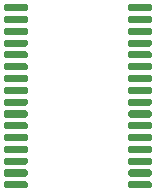
<source format=gtp>
G04 #@! TF.GenerationSoftware,KiCad,Pcbnew,(5.1.8)-1*
G04 #@! TF.CreationDate,2023-02-07T01:20:16+09:00*
G04 #@! TF.ProjectId,DIP28SSOP32_1mm,44495032-3853-4534-9f50-33325f316d6d,rev?*
G04 #@! TF.SameCoordinates,PXa9a2ce8PY790b418*
G04 #@! TF.FileFunction,Paste,Top*
G04 #@! TF.FilePolarity,Positive*
%FSLAX46Y46*%
G04 Gerber Fmt 4.6, Leading zero omitted, Abs format (unit mm)*
G04 Created by KiCad (PCBNEW (5.1.8)-1) date 2023-02-07 01:20:16*
%MOMM*%
%LPD*%
G01*
G04 APERTURE LIST*
G04 APERTURE END LIST*
G36*
G01*
X12889600Y25394800D02*
X12889600Y25694800D01*
G75*
G02*
X13039600Y25844800I150000J0D01*
G01*
X14789600Y25844800D01*
G75*
G02*
X14939600Y25694800I0J-150000D01*
G01*
X14939600Y25394800D01*
G75*
G02*
X14789600Y25244800I-150000J0D01*
G01*
X13039600Y25244800D01*
G75*
G02*
X12889600Y25394800I0J150000D01*
G01*
G37*
G36*
G01*
X12889600Y24394800D02*
X12889600Y24694800D01*
G75*
G02*
X13039600Y24844800I150000J0D01*
G01*
X14789600Y24844800D01*
G75*
G02*
X14939600Y24694800I0J-150000D01*
G01*
X14939600Y24394800D01*
G75*
G02*
X14789600Y24244800I-150000J0D01*
G01*
X13039600Y24244800D01*
G75*
G02*
X12889600Y24394800I0J150000D01*
G01*
G37*
G36*
G01*
X12889600Y23394800D02*
X12889600Y23694800D01*
G75*
G02*
X13039600Y23844800I150000J0D01*
G01*
X14789600Y23844800D01*
G75*
G02*
X14939600Y23694800I0J-150000D01*
G01*
X14939600Y23394800D01*
G75*
G02*
X14789600Y23244800I-150000J0D01*
G01*
X13039600Y23244800D01*
G75*
G02*
X12889600Y23394800I0J150000D01*
G01*
G37*
G36*
G01*
X12889600Y22394800D02*
X12889600Y22694800D01*
G75*
G02*
X13039600Y22844800I150000J0D01*
G01*
X14789600Y22844800D01*
G75*
G02*
X14939600Y22694800I0J-150000D01*
G01*
X14939600Y22394800D01*
G75*
G02*
X14789600Y22244800I-150000J0D01*
G01*
X13039600Y22244800D01*
G75*
G02*
X12889600Y22394800I0J150000D01*
G01*
G37*
G36*
G01*
X12889600Y21394800D02*
X12889600Y21694800D01*
G75*
G02*
X13039600Y21844800I150000J0D01*
G01*
X14789600Y21844800D01*
G75*
G02*
X14939600Y21694800I0J-150000D01*
G01*
X14939600Y21394800D01*
G75*
G02*
X14789600Y21244800I-150000J0D01*
G01*
X13039600Y21244800D01*
G75*
G02*
X12889600Y21394800I0J150000D01*
G01*
G37*
G36*
G01*
X12889600Y20394800D02*
X12889600Y20694800D01*
G75*
G02*
X13039600Y20844800I150000J0D01*
G01*
X14789600Y20844800D01*
G75*
G02*
X14939600Y20694800I0J-150000D01*
G01*
X14939600Y20394800D01*
G75*
G02*
X14789600Y20244800I-150000J0D01*
G01*
X13039600Y20244800D01*
G75*
G02*
X12889600Y20394800I0J150000D01*
G01*
G37*
G36*
G01*
X12889600Y19394800D02*
X12889600Y19694800D01*
G75*
G02*
X13039600Y19844800I150000J0D01*
G01*
X14789600Y19844800D01*
G75*
G02*
X14939600Y19694800I0J-150000D01*
G01*
X14939600Y19394800D01*
G75*
G02*
X14789600Y19244800I-150000J0D01*
G01*
X13039600Y19244800D01*
G75*
G02*
X12889600Y19394800I0J150000D01*
G01*
G37*
G36*
G01*
X12889600Y18394800D02*
X12889600Y18694800D01*
G75*
G02*
X13039600Y18844800I150000J0D01*
G01*
X14789600Y18844800D01*
G75*
G02*
X14939600Y18694800I0J-150000D01*
G01*
X14939600Y18394800D01*
G75*
G02*
X14789600Y18244800I-150000J0D01*
G01*
X13039600Y18244800D01*
G75*
G02*
X12889600Y18394800I0J150000D01*
G01*
G37*
G36*
G01*
X12889600Y17394800D02*
X12889600Y17694800D01*
G75*
G02*
X13039600Y17844800I150000J0D01*
G01*
X14789600Y17844800D01*
G75*
G02*
X14939600Y17694800I0J-150000D01*
G01*
X14939600Y17394800D01*
G75*
G02*
X14789600Y17244800I-150000J0D01*
G01*
X13039600Y17244800D01*
G75*
G02*
X12889600Y17394800I0J150000D01*
G01*
G37*
G36*
G01*
X12889600Y16394800D02*
X12889600Y16694800D01*
G75*
G02*
X13039600Y16844800I150000J0D01*
G01*
X14789600Y16844800D01*
G75*
G02*
X14939600Y16694800I0J-150000D01*
G01*
X14939600Y16394800D01*
G75*
G02*
X14789600Y16244800I-150000J0D01*
G01*
X13039600Y16244800D01*
G75*
G02*
X12889600Y16394800I0J150000D01*
G01*
G37*
G36*
G01*
X12889600Y15394800D02*
X12889600Y15694800D01*
G75*
G02*
X13039600Y15844800I150000J0D01*
G01*
X14789600Y15844800D01*
G75*
G02*
X14939600Y15694800I0J-150000D01*
G01*
X14939600Y15394800D01*
G75*
G02*
X14789600Y15244800I-150000J0D01*
G01*
X13039600Y15244800D01*
G75*
G02*
X12889600Y15394800I0J150000D01*
G01*
G37*
G36*
G01*
X12889600Y14394800D02*
X12889600Y14694800D01*
G75*
G02*
X13039600Y14844800I150000J0D01*
G01*
X14789600Y14844800D01*
G75*
G02*
X14939600Y14694800I0J-150000D01*
G01*
X14939600Y14394800D01*
G75*
G02*
X14789600Y14244800I-150000J0D01*
G01*
X13039600Y14244800D01*
G75*
G02*
X12889600Y14394800I0J150000D01*
G01*
G37*
G36*
G01*
X12889600Y13394800D02*
X12889600Y13694800D01*
G75*
G02*
X13039600Y13844800I150000J0D01*
G01*
X14789600Y13844800D01*
G75*
G02*
X14939600Y13694800I0J-150000D01*
G01*
X14939600Y13394800D01*
G75*
G02*
X14789600Y13244800I-150000J0D01*
G01*
X13039600Y13244800D01*
G75*
G02*
X12889600Y13394800I0J150000D01*
G01*
G37*
G36*
G01*
X12889600Y12394800D02*
X12889600Y12694800D01*
G75*
G02*
X13039600Y12844800I150000J0D01*
G01*
X14789600Y12844800D01*
G75*
G02*
X14939600Y12694800I0J-150000D01*
G01*
X14939600Y12394800D01*
G75*
G02*
X14789600Y12244800I-150000J0D01*
G01*
X13039600Y12244800D01*
G75*
G02*
X12889600Y12394800I0J150000D01*
G01*
G37*
G36*
G01*
X12889600Y11394800D02*
X12889600Y11694800D01*
G75*
G02*
X13039600Y11844800I150000J0D01*
G01*
X14789600Y11844800D01*
G75*
G02*
X14939600Y11694800I0J-150000D01*
G01*
X14939600Y11394800D01*
G75*
G02*
X14789600Y11244800I-150000J0D01*
G01*
X13039600Y11244800D01*
G75*
G02*
X12889600Y11394800I0J150000D01*
G01*
G37*
G36*
G01*
X12889600Y10394800D02*
X12889600Y10694800D01*
G75*
G02*
X13039600Y10844800I150000J0D01*
G01*
X14789600Y10844800D01*
G75*
G02*
X14939600Y10694800I0J-150000D01*
G01*
X14939600Y10394800D01*
G75*
G02*
X14789600Y10244800I-150000J0D01*
G01*
X13039600Y10244800D01*
G75*
G02*
X12889600Y10394800I0J150000D01*
G01*
G37*
G36*
G01*
X2381800Y10394800D02*
X2381800Y10694800D01*
G75*
G02*
X2531800Y10844800I150000J0D01*
G01*
X4281800Y10844800D01*
G75*
G02*
X4431800Y10694800I0J-150000D01*
G01*
X4431800Y10394800D01*
G75*
G02*
X4281800Y10244800I-150000J0D01*
G01*
X2531800Y10244800D01*
G75*
G02*
X2381800Y10394800I0J150000D01*
G01*
G37*
G36*
G01*
X2381800Y11394800D02*
X2381800Y11694800D01*
G75*
G02*
X2531800Y11844800I150000J0D01*
G01*
X4281800Y11844800D01*
G75*
G02*
X4431800Y11694800I0J-150000D01*
G01*
X4431800Y11394800D01*
G75*
G02*
X4281800Y11244800I-150000J0D01*
G01*
X2531800Y11244800D01*
G75*
G02*
X2381800Y11394800I0J150000D01*
G01*
G37*
G36*
G01*
X2381800Y12394800D02*
X2381800Y12694800D01*
G75*
G02*
X2531800Y12844800I150000J0D01*
G01*
X4281800Y12844800D01*
G75*
G02*
X4431800Y12694800I0J-150000D01*
G01*
X4431800Y12394800D01*
G75*
G02*
X4281800Y12244800I-150000J0D01*
G01*
X2531800Y12244800D01*
G75*
G02*
X2381800Y12394800I0J150000D01*
G01*
G37*
G36*
G01*
X2381800Y13394800D02*
X2381800Y13694800D01*
G75*
G02*
X2531800Y13844800I150000J0D01*
G01*
X4281800Y13844800D01*
G75*
G02*
X4431800Y13694800I0J-150000D01*
G01*
X4431800Y13394800D01*
G75*
G02*
X4281800Y13244800I-150000J0D01*
G01*
X2531800Y13244800D01*
G75*
G02*
X2381800Y13394800I0J150000D01*
G01*
G37*
G36*
G01*
X2381800Y14394800D02*
X2381800Y14694800D01*
G75*
G02*
X2531800Y14844800I150000J0D01*
G01*
X4281800Y14844800D01*
G75*
G02*
X4431800Y14694800I0J-150000D01*
G01*
X4431800Y14394800D01*
G75*
G02*
X4281800Y14244800I-150000J0D01*
G01*
X2531800Y14244800D01*
G75*
G02*
X2381800Y14394800I0J150000D01*
G01*
G37*
G36*
G01*
X2381800Y15394800D02*
X2381800Y15694800D01*
G75*
G02*
X2531800Y15844800I150000J0D01*
G01*
X4281800Y15844800D01*
G75*
G02*
X4431800Y15694800I0J-150000D01*
G01*
X4431800Y15394800D01*
G75*
G02*
X4281800Y15244800I-150000J0D01*
G01*
X2531800Y15244800D01*
G75*
G02*
X2381800Y15394800I0J150000D01*
G01*
G37*
G36*
G01*
X2381800Y16394800D02*
X2381800Y16694800D01*
G75*
G02*
X2531800Y16844800I150000J0D01*
G01*
X4281800Y16844800D01*
G75*
G02*
X4431800Y16694800I0J-150000D01*
G01*
X4431800Y16394800D01*
G75*
G02*
X4281800Y16244800I-150000J0D01*
G01*
X2531800Y16244800D01*
G75*
G02*
X2381800Y16394800I0J150000D01*
G01*
G37*
G36*
G01*
X2381800Y17394800D02*
X2381800Y17694800D01*
G75*
G02*
X2531800Y17844800I150000J0D01*
G01*
X4281800Y17844800D01*
G75*
G02*
X4431800Y17694800I0J-150000D01*
G01*
X4431800Y17394800D01*
G75*
G02*
X4281800Y17244800I-150000J0D01*
G01*
X2531800Y17244800D01*
G75*
G02*
X2381800Y17394800I0J150000D01*
G01*
G37*
G36*
G01*
X2381800Y18394800D02*
X2381800Y18694800D01*
G75*
G02*
X2531800Y18844800I150000J0D01*
G01*
X4281800Y18844800D01*
G75*
G02*
X4431800Y18694800I0J-150000D01*
G01*
X4431800Y18394800D01*
G75*
G02*
X4281800Y18244800I-150000J0D01*
G01*
X2531800Y18244800D01*
G75*
G02*
X2381800Y18394800I0J150000D01*
G01*
G37*
G36*
G01*
X2381800Y19394800D02*
X2381800Y19694800D01*
G75*
G02*
X2531800Y19844800I150000J0D01*
G01*
X4281800Y19844800D01*
G75*
G02*
X4431800Y19694800I0J-150000D01*
G01*
X4431800Y19394800D01*
G75*
G02*
X4281800Y19244800I-150000J0D01*
G01*
X2531800Y19244800D01*
G75*
G02*
X2381800Y19394800I0J150000D01*
G01*
G37*
G36*
G01*
X2381800Y20394800D02*
X2381800Y20694800D01*
G75*
G02*
X2531800Y20844800I150000J0D01*
G01*
X4281800Y20844800D01*
G75*
G02*
X4431800Y20694800I0J-150000D01*
G01*
X4431800Y20394800D01*
G75*
G02*
X4281800Y20244800I-150000J0D01*
G01*
X2531800Y20244800D01*
G75*
G02*
X2381800Y20394800I0J150000D01*
G01*
G37*
G36*
G01*
X2381800Y21394800D02*
X2381800Y21694800D01*
G75*
G02*
X2531800Y21844800I150000J0D01*
G01*
X4281800Y21844800D01*
G75*
G02*
X4431800Y21694800I0J-150000D01*
G01*
X4431800Y21394800D01*
G75*
G02*
X4281800Y21244800I-150000J0D01*
G01*
X2531800Y21244800D01*
G75*
G02*
X2381800Y21394800I0J150000D01*
G01*
G37*
G36*
G01*
X2381800Y22394800D02*
X2381800Y22694800D01*
G75*
G02*
X2531800Y22844800I150000J0D01*
G01*
X4281800Y22844800D01*
G75*
G02*
X4431800Y22694800I0J-150000D01*
G01*
X4431800Y22394800D01*
G75*
G02*
X4281800Y22244800I-150000J0D01*
G01*
X2531800Y22244800D01*
G75*
G02*
X2381800Y22394800I0J150000D01*
G01*
G37*
G36*
G01*
X2381800Y23394800D02*
X2381800Y23694800D01*
G75*
G02*
X2531800Y23844800I150000J0D01*
G01*
X4281800Y23844800D01*
G75*
G02*
X4431800Y23694800I0J-150000D01*
G01*
X4431800Y23394800D01*
G75*
G02*
X4281800Y23244800I-150000J0D01*
G01*
X2531800Y23244800D01*
G75*
G02*
X2381800Y23394800I0J150000D01*
G01*
G37*
G36*
G01*
X2381800Y24394800D02*
X2381800Y24694800D01*
G75*
G02*
X2531800Y24844800I150000J0D01*
G01*
X4281800Y24844800D01*
G75*
G02*
X4431800Y24694800I0J-150000D01*
G01*
X4431800Y24394800D01*
G75*
G02*
X4281800Y24244800I-150000J0D01*
G01*
X2531800Y24244800D01*
G75*
G02*
X2381800Y24394800I0J150000D01*
G01*
G37*
G36*
G01*
X2381800Y25394800D02*
X2381800Y25694800D01*
G75*
G02*
X2531800Y25844800I150000J0D01*
G01*
X4281800Y25844800D01*
G75*
G02*
X4431800Y25694800I0J-150000D01*
G01*
X4431800Y25394800D01*
G75*
G02*
X4281800Y25244800I-150000J0D01*
G01*
X2531800Y25244800D01*
G75*
G02*
X2381800Y25394800I0J150000D01*
G01*
G37*
M02*

</source>
